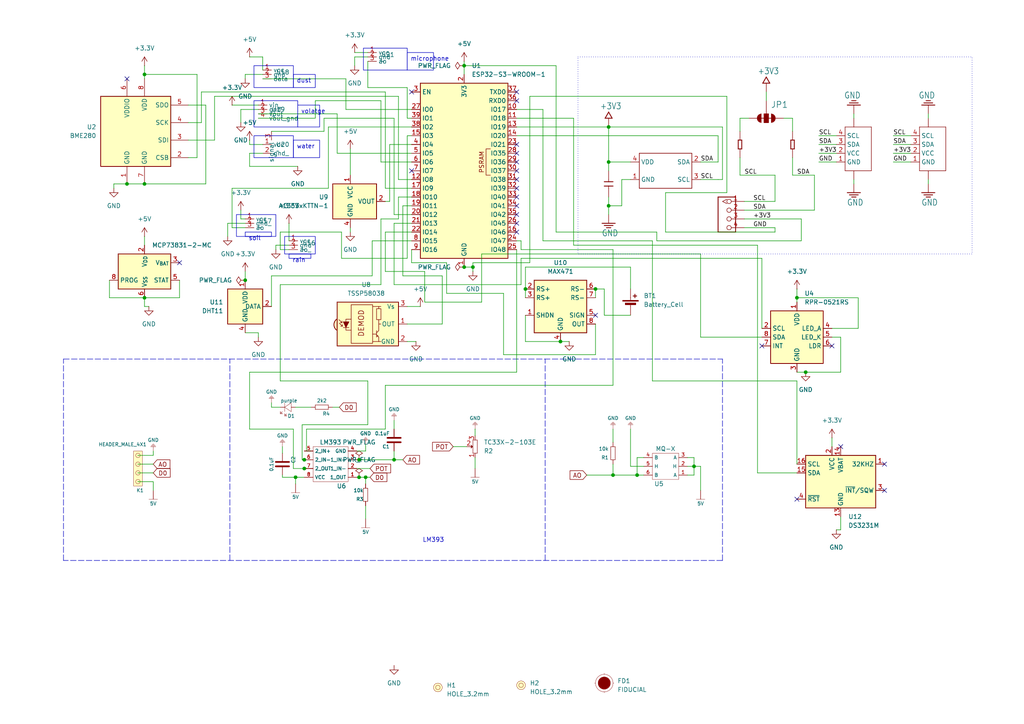
<source format=kicad_sch>
(kicad_sch (version 20231120) (generator "eeschema") (generator_version "8.0")
  (paper "A4")
  (junction (at 176.53 36.83))
  (junction (at 106.045 138.43) (diameter 0.9144))
  (junction (at 177.8 137.795) (diameter 0.9144))
  (junction (at 162.56 99.06))
  (junction (at 85.725 138.43) (diameter 0.9144))
  (junction (at 71.12 81.28))
  (junction (at 88.265 135.89))
  (junction (at 201.295 135.255) (diameter 0.9144))
  (junction (at 231.14 86.36))
  (junction (at 152.4 83.82))
  (junction (at 134.62 77.47))
  (junction (at 36.83 53.34))
  (junction (at 176.53 46.99))
  (junction (at 176.53 59.69))
  (junction (at 41.91 86.36))
  (junction (at 134.62 19.05))
  (junction (at 184.785 137.795) (diameter 0.9144))
  (junction (at 104.14 133.35))
  (junction (at 233.68 107.95))
  (junction (at 104.14 138.43))
  (junction (at 172.72 83.82))
  (junction (at 137.16 77.47))
  (junction (at 41.91 21.59))
  (junction (at 88.265 133.35))
  (junction (at 41.91 53.34))
  (junction (at 114.3 133.35) (diameter 0.9144))
  (no_connect (at 149.86 26.67))
  (no_connect (at 241.3 100.33))
  (no_connect (at 149.86 41.91))
  (no_connect (at 243.84 129.54))
  (no_connect (at 52.07 76.2))
  (no_connect (at 256.54 142.24))
  (no_connect (at 220.98 100.33))
  (no_connect (at 119.38 49.53))
  (no_connect (at 36.83 22.86))
  (no_connect (at 149.86 67.31))
  (no_connect (at 256.54 134.62))
  (no_connect (at 149.86 44.45))
  (no_connect (at 149.86 59.69))
  (no_connect (at 119.38 26.67))
  (no_connect (at 149.86 54.61))
  (no_connect (at 149.86 29.21))
  (no_connect (at 231.14 144.78))
  (no_connect (at 172.72 91.44))
  (no_connect (at 149.86 49.53))
  (no_connect (at 149.86 62.23))
  (no_connect (at 149.86 46.99))
  (no_connect (at 149.86 57.15))
  (no_connect (at 149.86 64.77))
  (no_connect (at 149.86 52.07))
  (wire (pts (xy 248.92 95.25) (xy 248.92 86.36)))
  (wire (pts (xy 81.915 137.795) (xy 81.915 138.43)))
  (wire (pts (xy 33.02 53.34) (xy 36.83 53.34)))
  (wire (pts (xy 67.31 54.61) (xy 95.25 54.61)))
  (wire (pts (xy 193.04 67.31) (xy 193.04 55.88)) (stroke (width 0.1524)))
  (wire (pts (xy 78.74 80.01) (xy 78.74 88.9)))
  (wire (pts (xy 93.98 38.1) (xy 78.74 38.1)))
  (wire (pts (xy 232.41 69.85) (xy 190.5 69.85)) (stroke (width 0.1524)))
  (wire (pts (xy 113.03 58.42) (xy 113.03 41.91)))
  (wire (pts (xy 116.84 80.01) (xy 116.84 59.69)))
  (wire (pts (xy 215.9 63.5) (xy 232.41 63.5)) (stroke (width 0.1524)))
  (wire (pts (xy 186.69 137.795) (xy 184.785 137.795)))
  (wire (pts (xy 114.3 82.55) (xy 151.13 82.55)))
  (wire (pts (xy 269.24 34.29) (xy 269.24 33.02)) (stroke (width 0.1524)))
  (wire (pts (xy 118.11 39.37) (xy 119.38 39.37)))
  (wire (pts (xy 118.11 34.29) (xy 119.38 34.29)))
  (wire (pts (xy 102.87 19.05) (xy 102.87 16.51)))
  (wire (pts (xy 66.04 64.77) (xy 66.04 68.58)))
  (wire (pts (xy 71.12 96.52) (xy 74.93 96.52)))
  (wire (pts (xy 69.85 60.96) (xy 69.85 63.5)))
  (wire (pts (xy 111.76 124.46) (xy 111.76 111.76)))
  (polyline (pts (xy 18.415 104.14) (xy 209.55 104.14)) (stroke (width 0) (type dash)))
  (wire (pts (xy 259.08 46.99) (xy 264.16 46.99)) (stroke (width 0.1524)))
  (wire (pts (xy 102.87 15.24) (xy 106.68 15.24)))
  (wire (pts (xy 118.11 99.06) (xy 120.65 99.06)))
  (wire (pts (xy 119.38 69.85) (xy 107.95 69.85)))
  (wire (pts (xy 71.12 21.59) (xy 71.12 22.86)))
  (wire (pts (xy 137.16 78.74) (xy 137.16 77.47)))
  (wire (pts (xy 214.63 34.29) (xy 214.63 38.1)) (stroke (width 0.1524)))
  (wire (pts (xy 111.76 111.76) (xy 177.8 111.76)))
  (wire (pts (xy 72.39 124.46) (xy 72.39 107.95)))
  (wire (pts (xy 41.91 21.59) (xy 41.91 22.86)))
  (wire (pts (xy 115.57 27.94) (xy 115.57 52.07)))
  (wire (pts (xy 248.92 86.36) (xy 231.14 86.36)))
  (wire (pts (xy 243.84 153.67) (xy 243.84 149.86)))
  (wire (pts (xy 101.6 43.18) (xy 101.6 50.8)))
  (wire (pts (xy 118.11 93.98) (xy 128.27 93.98)))
  (wire (pts (xy 85.725 138.43) (xy 85.725 140.335)))
  (wire (pts (xy 153.67 76.2) (xy 137.16 76.2)) (stroke (width 0.1524)))
  (wire (pts (xy 52.07 86.36) (xy 41.91 86.36)))
  (wire (pts (xy 180.34 52.07) (xy 180.34 59.69)) (stroke (width 0.1524)))
  (wire (pts (xy 189.23 110.49) (xy 189.23 69.85)))
  (wire (pts (xy 91.44 29.21) (xy 110.49 29.21)))
  (wire (pts (xy 104.14 138.43) (xy 103.505 138.43)))
  (wire (pts (xy 114.3 62.23) (xy 114.3 34.29)))
  (wire (pts (xy 81.915 131.445) (xy 81.915 129.54)))
  (wire (pts (xy 259.08 39.37) (xy 264.16 39.37)) (stroke (width 0.1524)))
  (wire (pts (xy 184.785 137.795) (xy 177.8 137.795)))
  (wire (pts (xy 91.44 34.29) (xy 91.44 29.21)))
  (wire (pts (xy 214.63 45.72) (xy 214.63 50.8)) (stroke (width 0.1524)))
  (wire (pts (xy 118.11 74.93) (xy 118.11 39.37)))
  (wire (pts (xy 76.2 16.51) (xy 76.2 20.32)))
  (wire (pts (xy 114.3 124.46) (xy 114.3 121.92)))
  (wire (pts (xy 69.85 35.56) (xy 69.85 31.75)))
  (wire (pts (xy 201.295 132.715) (xy 199.39 132.715)))
  (wire (pts (xy 176.53 59.69) (xy 176.53 62.23)) (stroke (width 0.1524)))
  (wire (pts (xy 119.38 44.45) (xy 97.79 44.45)))
  (wire (pts (xy 40.005 132.08) (xy 44.45 132.08)))
  (wire (pts (xy 57.15 21.59) (xy 41.91 21.59)))
  (wire (pts (xy 67.31 66.04) (xy 67.31 54.61)))
  (wire (pts (xy 184.785 132.715) (xy 186.69 132.715)))
  (wire (pts (xy 110.49 63.5) (xy 115.57 63.5)))
  (wire (pts (xy 231.14 134.62) (xy 231.14 110.49)))
  (wire (pts (xy 81.28 72.39) (xy 81.28 67.31)))
  (wire (pts (xy 180.34 59.69) (xy 176.53 59.69)) (stroke (width 0.1524)))
  (wire (pts (xy 40.005 139.7) (xy 44.45 139.7)))
  (wire (pts (xy 177.8 111.76) (xy 177.8 72.39)))
  (wire (pts (xy 152.4 83.82) (xy 152.4 86.36)))
  (wire (pts (xy 74.93 34.29) (xy 91.44 34.29)))
  (wire (pts (xy 33.02 54.61) (xy 33.02 53.34)))
  (wire (pts (xy 107.95 69.85) (xy 107.95 80.01)))
  (wire (pts (xy 134.62 77.47) (xy 137.16 77.47)))
  (wire (pts (xy 241.3 95.25) (xy 248.92 95.25)))
  (wire (pts (xy 247.65 34.29) (xy 247.65 33.02)) (stroke (width 0.1524)))
  (wire (pts (xy 62.23 40.64) (xy 54.61 40.64)))
  (wire (pts (xy 152.4 83.82) (xy 152.4 77.47)))
  (wire (pts (xy 54.61 30.48) (xy 59.69 30.48)))
  (wire (pts (xy 149.86 39.37) (xy 208.28 39.37)) (stroke (width 0.1524)))
  (wire (pts (xy 44.45 132.08) (xy 44.45 130.81)))
  (wire (pts (xy 58.42 35.56) (xy 54.61 35.56)))
  (wire (pts (xy 199.39 137.795) (xy 201.295 137.795)))
  (wire (pts (xy 44.45 137.16) (xy 40.005 137.16)))
  (wire (pts (xy 215.9 66.04) (xy 224.79 66.04)) (stroke (width 0.1524)))
  (wire (pts (xy 229.87 45.72) (xy 229.87 50.8)) (stroke (width 0.1524)))
  (wire (pts (xy 172.72 93.98) (xy 172.72 102.87)))
  (wire (pts (xy 71.12 78.74) (xy 71.12 81.28)))
  (wire (pts (xy 123.19 87.63) (xy 123.19 78.74)))
  (wire (pts (xy 107.95 80.01) (xy 78.74 80.01)))
  (wire (pts (xy 128.27 93.98) (xy 128.27 80.01)))
  (wire (pts (xy 203.2 142.24) (xy 203.2 135.255)))
  (wire (pts (xy 54.61 45.72) (xy 57.15 45.72)))
  (wire (pts (xy 115.57 63.5) (xy 115.57 57.15)))
  (wire (pts (xy 72.39 41.91) (xy 72.39 40.64)))
  (wire (pts (xy 128.27 80.01) (xy 116.84 80.01)))
  (wire (pts (xy 97.79 33.02) (xy 74.93 33.02)))
  (wire (pts (xy 264.16 41.91) (xy 259.08 41.91)) (stroke (width 0.1524)))
  (wire (pts (xy 151.13 74.93) (xy 220.98 74.93)))
  (wire (pts (xy 111.76 67.31) (xy 119.38 67.31)))
  (wire (pts (xy 118.11 25.4) (xy 118.11 34.29)))
  (wire (pts (xy 222.25 26.67) (xy 222.25 29.21)) (stroke (width 0.1524)))
  (polyline (pts (xy 18.415 162.56) (xy 18.415 104.14)) (stroke (width 0) (type dash)))
  (wire (pts (xy 88.265 133.35) (xy 90.17 133.35)))
  (wire (pts (xy 101.6 66.04) (xy 101.6 67.31)))
  (wire (pts (xy 152.4 77.47) (xy 182.88 77.47)))
  (wire (pts (xy 114.3 62.23) (xy 119.38 62.23)))
  (wire (pts (xy 139.7 73.66) (xy 139.7 87.63)))
  (wire (pts (xy 114.3 64.77) (xy 114.3 82.55)))
  (polyline (pts (xy 209.55 162.56) (xy 18.415 162.56)) (stroke (width 0) (type dash)))
  (wire (pts (xy 152.4 99.06) (xy 162.56 99.06)))
  (wire (pts (xy 227.33 34.29) (xy 229.87 34.29)) (stroke (width 0.1524)))
  (wire (pts (xy 111.76 78.74) (xy 111.76 67.31)))
  (wire (pts (xy 78.74 118.11) (xy 78.74 116.84)))
  (wire (pts (xy 241.3 127) (xy 241.3 129.54)))
  (wire (pts (xy 182.88 91.44) (xy 175.26 91.44)))
  (wire (pts (xy 242.57 153.67) (xy 243.84 153.67)))
  (wire (pts (xy 41.91 19.05) (xy 41.91 21.59)))
  (wire (pts (xy 67.31 30.48) (xy 74.93 30.48)))
  (wire (pts (xy 106.045 150.495) (xy 106.045 146.685)))
  (wire (pts (xy 100.33 22.86) (xy 76.2 22.86)))
  (wire (pts (xy 177.8 137.795) (xy 177.8 134.62)))
  (polyline (pts (xy 209.55 162.56) (xy 209.55 104.14)) (stroke (width 0) (type dash)))
  (wire (pts (xy 99.06 74.93) (xy 118.11 74.93)))
  (wire (pts (xy 116.84 59.69) (xy 119.38 59.69)))
  (wire (pts (xy 106.68 110.49) (xy 81.28 110.49)))
  (wire (pts (xy 259.08 44.45) (xy 264.16 44.45)) (stroke (width 0.1524)))
  (wire (pts (xy 114.3 133.35) (xy 104.14 133.35)))
  (wire (pts (xy 72.39 16.51) (xy 76.2 16.51)))
  (wire (pts (xy 151.13 69.85) (xy 149.86 69.85)))
  (wire (pts (xy 153.67 27.94) (xy 153.67 76.2)) (stroke (width 0.1524)))
  (wire (pts (xy 137.795 124.46) (xy 137.7948 124.46)))
  (wire (pts (xy 88.9 130.81) (xy 88.9 124.46)))
  (wire (pts (xy 237.49 46.99) (xy 242.57 46.99)) (stroke (width 0.1524)))
  (wire (pts (xy 177.8 137.795) (xy 170.18 137.795)))
  (wire (pts (xy 210.82 27.94) (xy 153.67 27.94)) (stroke (width 0.1524)))
  (wire (pts (xy 242.57 41.91) (xy 237.49 41.91)) (stroke (width 0.1524)))
  (wire (pts (xy 76.2 41.91) (xy 72.39 41.91)))
  (wire (pts (xy 72.39 44.45) (xy 76.2 44.45)))
  (wire (pts (xy 151.13 72.39) (xy 151.13 69.85)))
  (wire (pts (xy 106.68 25.4) (xy 118.11 25.4)))
  (wire (pts (xy 232.41 63.5) (xy 232.41 69.85)) (stroke (width 0.1524)))
  (wire (pts (xy 161.29 19.05) (xy 134.62 19.05)) (stroke (width 0.1524)))
  (wire (pts (xy 203.2 97.79) (xy 203.2 73.66)))
  (wire (pts (xy 237.49 44.45) (xy 242.57 44.45)) (stroke (width 0.1524)))
  (wire (pts (xy 247.65 53.34) (xy 247.65 52.07)) (stroke (width 0.1524)))
  (wire (pts (xy 172.72 102.87) (xy 146.05 102.87)))
  (wire (pts (xy 81.28 67.31) (xy 99.06 67.31)))
  (wire (pts (xy 72.39 44.45) (xy 72.39 48.26)))
  (wire (pts (xy 106.68 17.78) (xy 106.68 25.4)))
  (wire (pts (xy 59.69 30.48) (xy 59.69 53.34)))
  (wire (pts (xy 137.7948 126.365) (xy 137.7948 124.46)))
  (wire (pts (xy 114.3 133.35) (xy 114.3 130.81)))
  (wire (pts (xy 81.915 138.43) (xy 85.725 138.43)))
  (wire (pts (xy 149.86 107.95) (xy 149.86 72.39)))
  (wire (pts (xy 88.9 124.46) (xy 111.76 124.46)))
  (wire (pts (xy 219.71 137.16) (xy 231.14 137.16)))
  (wire (pts (xy 71.12 66.04) (xy 67.31 66.04)))
  (wire (pts (xy 88.9 130.81) (xy 90.17 130.81)))
  (wire (pts (xy 220.98 74.93) (xy 220.98 95.25)))
  (wire (pts (xy 190.5 67.31) (xy 161.29 67.31)) (stroke (width 0.1524)))
  (wire (pts (xy 203.2 73.66) (xy 139.7 73.66)))
  (wire (pts (xy 161.29 67.31) (xy 161.29 19.05)) (stroke (width 0.1524)))
  (wire (pts (xy 111.76 54.61) (xy 111.76 26.67)))
  (wire (pts (xy 87.63 133.35) (xy 87.63 123.19)))
  (wire (pts (xy 115.57 52.07) (xy 119.38 52.07)))
  (wire (pts (xy 162.56 99.06) (xy 165.1 99.06)))
  (wire (pts (xy 189.23 69.85) (xy 157.48 69.85)))
  (wire (pts (xy 41.91 68.58) (xy 41.91 71.12)))
  (wire (pts (xy 129.54 76.2) (xy 119.38 76.2)))
  (wire (pts (xy 149.86 34.29) (xy 166.37 34.29)))
  (wire (pts (xy 62.23 27.94) (xy 62.23 40.64)))
  (polyline (pts (xy 66.675 162.56) (xy 66.675 104.14)) (stroke (width 0) (type dash)))
  (wire (pts (xy 201.295 135.255) (xy 201.295 132.715)))
  (wire (pts (xy 44.45 139.7) (xy 44.45 142.24)))
  (wire (pts (xy 172.72 83.82) (xy 172.72 86.36)))
  (wire (pts (xy 139.7 87.63) (xy 123.19 87.63)))
  (wire (pts (xy 175.26 83.82) (xy 172.72 83.82)))
  (wire (pts (xy 231.14 83.82) (xy 231.14 86.36)))
  (wire (pts (xy 93.98 34.29) (xy 93.98 38.1)))
  (wire (pts (xy 103.505 130.81) (xy 106.045 130.81)))
  (wire (pts (xy 129.54 85.09) (xy 129.54 76.2)))
  (wire (pts (xy 229.87 34.29) (xy 229.87 38.1)) (stroke (width 0.1524)))
  (wire (pts (xy 236.22 60.96) (xy 236.22 50.8)) (stroke (width 0.1524)))
  (wire (pts (xy 184.785 137.795) (xy 184.785 132.715)))
  (wire (pts (xy 83.82 64.77) (xy 83.82 69.85)))
  (wire (pts (xy 95.25 36.83) (xy 119.38 36.83)))
  (wire (pts (xy 177.8 72.39) (xy 151.13 72.39)))
  (wire (pts (xy 41.91 88.9) (xy 43.18 88.9)))
  (wire (pts (xy 98.425 118.11) (xy 96.52 118.11)))
  (wire (pts (xy 209.55 52.07) (xy 208.28 52.07)))
  (wire (pts (xy 176.53 36.83) (xy 176.53 46.99)) (stroke (width 0.1524)))
  (wire (pts (xy 224.79 67.31) (xy 193.04 67.31)) (stroke (width 0.1524)))
  (wire (pts (xy 110.49 82.55) (xy 110.49 63.5)))
  (wire (pts (xy 111.76 26.67) (xy 58.42 26.67)))
  (wire (pts (xy 72.39 107.95) (xy 149.86 107.95)))
  (wire (pts (xy 157.48 69.85) (xy 157.48 31.75)))
  (wire (pts (xy 201.295 137.795) (xy 201.295 135.255)))
  (wire (pts (xy 186.69 135.255) (xy 182.88 135.255)))
  (wire (pts (xy 58.42 26.67) (xy 58.42 35.56)))
  (wire (pts (xy 231.14 110.49) (xy 189.23 110.49)))
  (wire (pts (xy 88.9 135.89) (xy 88.265 135.89)))
  (wire (pts (xy 241.3 97.79) (xy 243.84 97.79)))
  (wire (pts (xy 87.63 133.35) (xy 88.265 133.35)))
  (wire (pts (xy 152.4 91.44) (xy 152.4 99.06)))
  (wire (pts (xy 88.265 138.43) (xy 85.725 138.43)))
  (wire (pts (xy 220.98 97.79) (xy 203.2 97.79)))
  (wire (pts (xy 114.3 34.29) (xy 93.98 34.29)))
  (wire (pts (xy 135.3058 129.54) (xy 131.445 129.54)))
  (wire (pts (xy 71.12 64.77) (xy 66.04 64.77)))
  (wire (pts (xy 146.05 85.09) (xy 129.54 85.09)))
  (wire (pts (xy 87.63 123.19) (xy 106.68 123.19)))
  (wire (pts (xy 231.14 86.36) (xy 231.14 87.63)))
  (wire (pts (xy 116.84 133.35) (xy 114.3 133.35)))
  (wire (pts (xy 31.75 81.28) (xy 31.75 86.36)))
  (wire (pts (xy 190.5 69.85) (xy 190.5 67.31)) (stroke (width 0.1524)))
  (wire (pts (xy 193.04 55.88) (xy 210.82 55.88)) (stroke (width 0.1524)))
  (wire (pts (xy 243.84 107.95) (xy 233.68 107.95)))
  (wire (pts (xy 106.045 138.43) (xy 104.14 138.43)))
  (wire (pts (xy 137.795 135.89) (xy 137.795 132.715)))
  (wire (pts (xy 208.28 46.99) (xy 203.2 46.99)) (stroke (width 0.1524)))
  (wire (pts (xy 110.49 46.99) (xy 119.38 46.99)))
  (wire (pts (xy 182.88 46.99) (xy 176.53 46.99)) (stroke (width 0.1524)))
  (wire (pts (xy 81.28 82.55) (xy 110.49 82.55)))
  (wire (pts (xy 113.03 41.91) (xy 119.38 41.91)))
  (wire (pts (xy 137.16 76.2) (xy 137.16 77.47)) (stroke (width 0.1524)))
  (wire (pts (xy 104.14 133.35) (xy 103.505 133.35)))
  (wire (pts (xy 44.45 134.62) (xy 40.005 134.62)))
  (wire (pts (xy 90.17 118.11) (xy 85.725 118.11)))
  (wire (pts (xy 210.82 55.88) (xy 210.82 27.94)) (stroke (width 0.1524)))
  (wire (pts (xy 72.39 48.26) (xy 86.36 48.26)))
  (wire (pts (xy 119.38 76.2) (xy 119.38 72.39)))
  (wire (pts (xy 107.315 138.43) (xy 106.045 138.43)))
  (wire (pts (xy 88.265 135.89) (xy 85.09 135.89)))
  (wire (pts (xy 36.83 53.34) (xy 41.91 53.34)))
  (wire (pts (xy 74.93 96.52) (xy 74.93 97.79)))
  (wire (pts (xy 201.295 135.255) (xy 203.2 135.255)))
  (wire (pts (xy 62.23 27.94) (xy 115.57 27.94)))
  (wire (pts (xy 41.91 86.36) (xy 41.91 88.9)))
  (wire (pts (xy 115.57 57.15) (xy 119.38 57.15)))
  (wire (pts (xy 215.9 60.96) (xy 236.22 60.96)) (stroke (width 0.1524)))
  (wire (pts (xy 31.75 86.36) (xy 41.91 86.36)))
  (wire (pts (xy 69.85 31.75) (xy 74.93 31.75)))
  (wire (pts (xy 151.13 82.55) (xy 151.13 74.93)))
  (wire (pts (xy 176.53 57.15) (xy 176.53 59.69)) (stroke (width 0.1524)))
  (wire (pts (xy 182.88 77.47) (xy 182.88 83.82)))
  (wire (pts (xy 83.82 71.12) (xy 80.01 71.12)))
  (wire (pts (xy 224.79 50.8) (xy 224.79 58.42)) (stroke (width 0.1524)))
  (wire (pts (xy 224.79 66.04) (xy 224.79 67.31)) (stroke (width 0.1524)))
  (wire (pts (xy 215.9 58.42) (xy 224.79 58.42)) (stroke (width 0.1524)))
  (wire (pts (xy 118.11 88.9) (xy 121.92 88.9)))
  (wire (pts (xy 146.05 102.87) (xy 146.05 85.09)))
  (wire (pts (xy 214.63 50.8) (xy 224.79 50.8)) (stroke (width 0.1524)))
  (wire (pts (xy 119.38 31.75) (xy 100.33 31.75)))
  (wire (pts (xy 106.045 140.335) (xy 106.045 138.43)))
  (wire (pts (xy 85.09 124.46) (xy 72.39 124.46)))
  (wire (pts (xy 182.88 52.07) (xy 180.34 52.07)) (stroke (width 0.1524)))
  (wire (pts (xy 102.87 16.51) (xy 106.68 16.51)))
  (wire (pts (xy 83.82 72.39) (xy 81.28 72.39)))
  (wire (pts (xy 85.09 135.89) (xy 85.09 124.46)))
  (wire (pts (xy 229.87 50.8) (xy 236.22 50.8)) (stroke (width 0.1524)))
  (wire (pts (xy 76.2 21.59) (xy 71.12 21.59)))
  (wire (pts (xy 99.06 67.31) (xy 99.06 74.93)))
  (wire (pts (xy 106.045 130.81) (xy 106.045 128.905)))
  (wire (pts (xy 81.28 110.49) (xy 81.28 82.55)))
  (wire (pts (xy 176.53 46.99) (xy 176.53 49.53)) (stroke (width 0.1524)))
  (wire (pts (xy 97.79 44.45) (xy 97.79 33.02)))
  (wire (pts (xy 80.01 71.12) (xy 80.01 72.39)))
  (wire (pts (xy 57.15 45.72) (xy 57.15 21.59)))
  (wire (pts (xy 41.91 53.34) (xy 59.69 53.34)))
  (wire (pts (xy 177.8 128.27) (xy 177.8 124.46)))
  (wire (pts (xy 157.48 31.75) (xy 149.86 31.75)))
  (wire (pts (xy 119.38 64.77) (xy 114.3 64.77)))
  (wire (pts (xy 110.49 29.21) (xy 110.49 46.99)))
  (wire (pts (xy 199.39 135.255) (xy 201.295 135.255)))
  (wire (pts (xy 134.62 19.05) (xy 134.62 21.59)))
  (wire (pts (xy 106.68 123.19) (xy 106.68 110.49)))
  (wire (pts (xy 208.28 52.07) (xy 203.2 52.07)) (stroke (width 0.1524)))
  (wire (pts (xy 237.49 39.37) (xy 242.57 39.37)) (stroke (width 0.1524)))
  (wire (pts (xy 269.24 53.34) (xy 269.24 52.07)) (stroke (width 0.1524)))
  (wire (pts (xy 111.76 58.42) (xy 113.03 58.42)))
  (wire (pts (xy 166.37 71.12) (xy 219.71 71.12)))
  (wire (pts (xy 219.71 71.12) (xy 219.71 137.16)))
  (wire (pts (xy 69.85 63.5) (xy 71.12 63.5)))
  (polyline (pts (xy 158.115 162.56) (xy 158.115 104.14)) (stroke (width 0) (type dash)))
  (wire (pts (xy 95.25 54.61) (xy 95.25 36.83)))
  (wire (pts (xy 134.62 17.78) (xy 134.62 19.05)))
  (wire (pts (xy 81.28 118.11) (xy 78.74 118.11)))
  (wire (pts (xy 149.86 36.83) (xy 176.53 36.83)))
  (wire (pts (xy 182.88 135.255) (xy 182.88 124.46)))
  (wire (pts (xy 119.38 54.61) (xy 111.76 54.61)))
  (wire (pts (xy 100.33 31.75) (xy 100.33 22.86)))
  (wire (pts (xy 52.07 81.28) (xy 52.07 86.36)))
  (wire (pts (xy 175.26 91.44) (xy 175.26 83.82)))
  (wire (pts (xy 166.37 34.29) (xy 166.37 71.12)))
  (wire (pts (xy 231.14 107.95) (xy 233.68 107.95)))
  (wire (pts (xy 123.19 78.74) (xy 111.76 78.74)))
  (wire (pts (xy 176.53 36.83) (xy 209.55 36.83)))
  (wire (pts (xy 107.315 135.89) (xy 103.505 135.89)))
  (wire (pts (xy 209.55 36.83) (xy 209.55 52.07)))
  (wire (pts (xy 243.84 97.79) (xy 243.84 107.95)))
  (wire (pts (xy 208.28 46.99) (xy 208.28 39.37)) (stroke (width 0.1524)))
  (wire (pts (xy 217.17 34.29) (xy 214.63 34.29)) (stroke (width 0.1524)))
  (rectangle (start 73.66 39.37) (end 85.09 45.72))
  (rectangle (start 73.66 19.05) (end 85.09 25.4))
  (rectangle (start 167.64 16.51) (end 281.94 73.66) (stroke (width 0) (type dot)))
  (rectangle (start 73.66 29.21) (end 86.36 36.83))
  (rectangle (start 82.55 68.58) (end 91.44 73.66))
  (rectangle (start 68.58 62.23) (end 80.01 68.58))
  (rectangle (start 105.41 13.97) (end 118.11 20.32))
  (text_box "dust" (at 85.09 21.59 0) (size 6.35 3.81) (effects (font (size 1.27 1.27)) (justify left top)))
  (text_box "volatge" (at 86.36 30.48 0) (size 6.35 6.35) (effects (font (size 1.27 1.27)) (justify left top)))
  (text_box "rain\n" (at 83.82 73.66 0) (size 6.35 1.27) (effects (font (size 1.27 1.27)) (justify left top)))
  (text_box "soil" (at 71.12 67.31 0) (size 7.62 1.27) (effects (font (size 1.27 1.27)) (justify left top)))
  (text_box "water" (at 85.09 40.64 0) (size 7.62 5.08) (effects (font (size 1.27 1.27)) (justify left top)))
  (text_box "microphone " (at 118.11 15.24 0) (size 7.62 5.08) (effects (font (size 1.27 1.27)) (justify left top)))
  (text "LM393" (at 122.555 157.48 0) (effects (font (size 1.27 1.27)) (justify left bottom)))
  (label "SDA" (at 203.2 46.99 0) (effects (font (size 1.2446 1.2446))))
  (label "SCL" (at 259.08 39.37 0) (effects (font (size 1.2446 1.2446))))
  (label "+3V3" (at 237.49 44.45 0) (effects (font (size 1.2446 1.2446))))
  (label "GND" (at 259.08 46.99 0) (effects (font (size 1.2446 1.2446))))
  (label "SCL" (at 203.2 52.07 0) (effects (font (size 1.2446 1.2446))))
  (label "SDA" (at 231.14 50.8 0) (effects (font (size 1.2446 1.2446))))
  (label "+3V3" (at 259.08 44.45 0) (effects (font (size 1.2446 1.2446))))
  (label "SCL" (at 215.9 50.8 0) (effects (font (size 1.2446 1.2446))))
  (label "SDA" (at 259.08 41.91 0) (effects (font (size 1.2446 1.2446))))
  (label "SCL" (at 237.49 39.37 0) (effects (font (size 1.2446 1.2446))))
  (label "SCL" (at 218.44 58.42 0) (effects (font (size 1.2446 1.2446))))
  (label "GND" (at 237.49 46.99 0) (effects (font (size 1.2446 1.2446))))
  (label "+3V3" (at 218.44 63.5 0) (effects (font (size 1.2446 1.2446))))
  (label "SDA" (at 218.44 60.96 0) (effects (font (size 1.2446 1.2446))))
  (label "SDA" (at 237.49 41.91 0) (effects (font (size 1.2446 1.2446))))
  (label "GND" (at 218.44 66.04 0) (effects (font (size 1.2446 1.2446))))
  (global_label "D0" (shape input) (at 44.45 137.16 0) (property "Intersheetrefs" "${INTERSHEET_REFS}" (effects (hide yes))))
  (global_label "D0" (shape input) (at 98.425 118.11 0) (property "Intersheetrefs" "${INTERSHEET_REFS}" (effects (hide yes))))
  (global_label "POT" (shape input) (at 107.315 135.89 0) (property "Intersheetrefs" "${INTERSHEET_REFS}" (effects (hide yes))))
  (global_label "AO" (shape input) (at 116.84 133.35 0) (property "Intersheetrefs" "${INTERSHEET_REFS}" (effects (hide yes))))
  (global_label "AO" (shape input) (at 170.18 137.795 180) (property "Intersheetrefs" "${INTERSHEET_REFS}" (effects (hide yes))))
  (global_label "D0" (shape input) (at 107.315 138.43 0) (property "Intersheetrefs" "${INTERSHEET_REFS}" (effects (hide yes))))
  (global_label "AO" (shape input) (at 44.45 134.62 0) (property "Intersheetrefs" "${INTERSHEET_REFS}" (effects (hide yes))))
  (global_label "POT" (shape input) (at 131.445 129.54 180) (property "Intersheetrefs" "${INTERSHEET_REFS}" (effects (hide yes))))
  (symbol (lib_id "e-radionica.com schematics:HOLE_3.2mm") (at 127 199.39 0) (unit 1)
    (property "Reference" "H1" (at 129.54 198.7549 0) (effects (justify left)))
    (property "Value" "HOLE_3.2mm" (at 129.54 201.2949 0) (effects (justify left)))
    (property "Footprint" "e-radionica.com footprinti:HOLE_3.2mm" (effects (hide yes)))
  )
  (symbol (lib_id "e-radionica.com schematics:HOLE_3.2mm") (at 151.13 198.755 0) (unit 1)
    (property "Reference" "H2" (at 153.67 198.1199 0) (effects (justify left)))
    (property "Value" "HOLE_3.2mm" (at 153.67 200.6599 0) (effects (justify left)))
    (property "Footprint" "e-radionica.com footprinti:HOLE_3.2mm" (effects (hide yes)))
  )
  (symbol (lib_id "e-radionica.com schematics:LM393") (at 95.885 134.62 180) (unit 1)
    (property "Reference" "U6" (at 99.06 140.97 0))
    (property "Value" "LM393" (at 95.885 128.27 0))
    (property "Footprint" "e-radionica.com footprinti:SOIC−8" (effects (hide yes)))
  )
  (symbol (lib_id "power:+5V") (at 101.6 43.18 0) (unit 1)
    (property "Reference" "#PWR015" (effects (hide yes)))
    (property "Value" "+5V" (at 101.6 38.1 0))
    (property "Description" "Power symbol creates a global label with name \"+5V\"" (effects (hide yes)))
  )
  (symbol (lib_id "power:+3.3V") (at 71.12 78.74 0) (unit 1)
    (property "Reference" "#PWR041" (effects (hide yes)))
    (property "Value" "+3.3V" (at 71.12 73.66 0))
    (property "Description" "Power symbol creates a global label with name \"+3.3V\"" (effects (hide yes)))
  )
  (symbol (lib_id "custom sensor:water_flow_") (at 78.74 41.91 0) (unit 1)
    (property "Reference" "U20" (at 80.01 41.9099 0) (effects (justify left)))
    (property "Value" "~" (at 80.01 43.815 0) (effects (justify left)))
  )
  (symbol (lib_id "power:GND") (at 71.12 22.86 0) (unit 1)
    (property "Reference" "#PWR020" (effects (hide yes)))
    (property "Value" "GND" (at 71.12 27.94 0))
    (property "Description" "Power symbol creates a global label with name \"GND\" , ground" (effects (hide yes)))
  )
  (symbol (lib_id "power:PWR_FLAG") (at 134.62 19.05 90) (unit 1)
    (property "Reference" "#FLG06" (effects (hide yes)))
    (property "Value" "PWR_FLAG" (at 130.81 19.0499 90) (effects (justify left)))
    (property "Description" "Special symbol for telling ERC where power comes from" (effects (hide yes)))
  )
  (symbol (lib_id "e-radionica.com schematics:GND") (at 81.915 129.54 180) (unit 1)
    (property "Reference" "#PWR010" (effects (hide yes)))
    (property "Value" "GND" (at 81.915 126.365 0) (effects (font (size 1 1))))
  )
  (symbol (lib_id "Zio Qwiic UV Sensor VEML6075-eagle-import:NOA-Jumpers_SMT-JUMPER_3_2-NC_TRACE") (at 222.25 34.29 270) (unit 1)
    (property "Reference" "JP1" (at 223.52 31.369 90) (effects (font (size 1.778 1.778)) (justify left bottom)))
    (property "Value" "SMT-JUMPER_3_2-NC_TRACE" (effects (hide yes)))
    (property "Footprint" "Zio Qwiic UV Sensor VEML6075:SMT-JUMPER_3_2-NC_TRACE" (effects (hide yes)))
  )
  (symbol (lib_id "Zio Qwiic UV Sensor VEML6075-eagle-import:IC_VEML6075") (at 193.04 49.53 0) (unit 1)
    (property "Reference" "U3" (effects (hide yes)))
    (property "Value" "VEML6075" (effects (hide yes)))
    (property "Footprint" "Zio Qwiic UV Sensor VEML6075:VEML6075_A3OP" (effects (hide yes)))
  )
  (symbol (lib_id "Zio Qwiic UV Sensor VEML6075-eagle-import:Power or GND _+3V3") (at 176.53 34.29 0) (unit 1)
    (property "Reference" "#U$01" (effects (hide yes)))
    (property "Value" "+3V3" (at 173.99 31.75 0) (effects (font (size 1.778 1.5113)) (justify left bottom)))
  )
  (symbol (lib_id "power:GND") (at 43.18 88.9 0) (unit 1)
    (property "Reference" "#PWR029" (effects (hide yes)))
    (property "Value" "GND" (at 43.18 93.98 0))
    (property "Description" "Power symbol creates a global label with name \"GND\" , ground" (effects (hide yes)))
  )
  (symbol (lib_id "power:GND") (at 137.16 78.74 0) (unit 1)
    (property "Reference" "#PWR032" (effects (hide yes)))
    (property "Value" "GND" (at 137.16 83.82 0))
    (property "Description" "Power symbol creates a global label with name \"GND\" , ground" (effects (hide yes)))
  )
  (symbol (lib_id "e-radionica.com schematics:5V") (at 106.045 150.495 180) (unit 1)
    (property "Reference" "#PWR07" (effects (hide yes)))
    (property "Value" "5V" (at 106.045 154.305 0) (effects (font (size 1 1))))
  )
  (symbol (lib_id "e-radionica.com schematics:5V") (at 44.45 142.24 180) (unit 1)
    (property "Reference" "#PWR012" (effects (hide yes)))
    (property "Value" "5V" (at 44.45 146.05 0) (effects (font (size 1 1))))
  )
  (symbol (lib_id "Zio Qwiic UV Sensor VEML6075-eagle-import:Connector_JST-SH-4P-1.0") (at 269.24 43.18 90) (unit 1)
    (property "Reference" "J3" (effects (hide yes)))
    (property "Value" "JST-SH-4P-1.0" (effects (hide yes)))
    (property "Footprint" "Zio Qwiic UV Sensor VEML6075:JST-SH-4P" (effects (hide yes)))
  )
  (symbol (lib_id "power:+3.3V") (at 83.82 64.77 0) (unit 1)
    (property "Reference" "#PWR038" (effects (hide yes)))
    (property "Value" "+3.3V" (at 83.82 59.69 0))
    (property "Description" "Power symbol creates a global label with name \"+3.3V\"" (effects (hide yes)))
  )
  (symbol (lib_id "power:GND") (at 80.01 72.39 0) (unit 1)
    (property "Reference" "#PWR022" (effects (hide yes)))
    (property "Value" "GND" (at 80.01 77.47 0))
    (property "Description" "Power symbol creates a global label with name \"GND\" , ground" (effects (hide yes)))
  )
  (symbol (lib_id "e-radionica.com schematics:GND") (at 137.795 124.46 180) (unit 1)
    (property "Reference" "#PWR05" (effects (hide yes)))
    (property "Value" "GND" (at 137.795 121.285 0) (effects (font (size 1 1))))
  )
  (symbol (lib_id "e-radionica.com schematics:5V") (at 137.795 135.89 180) (unit 1)
    (property "Reference" "#PWR04" (effects (hide yes)))
    (property "Value" "5V" (at 137.795 139.7 0) (effects (font (size 1 1))))
  )
  (symbol (lib_id "power:GND") (at 120.65 99.06 0) (unit 1)
    (property "Reference" "#PWR017" (effects (hide yes)))
    (property "Value" "GND" (at 120.65 104.14 0))
    (property "Description" "Power symbol creates a global label with name \"GND\" , ground" (effects (hide yes)))
  )
  (symbol (lib_id "e-radionica.com schematics:0402LED") (at 83.82 118.11 180) (unit 1)
    (property "Reference" "D1" (at 84.455 120.65 0) (effects (font (size 1 1))))
    (property "Value" "purple" (at 83.82 116.205 0) (effects (font (size 1 1))))
    (property "Footprint" "e-radionica.com footprinti:0402LED" (effects (hide yes)))
    (property "Package" "0402" (effects (hide yes)))
  )
  (symbol (lib_id "custom sensor:voltage_booster") (at 77.47 30.48 0) (unit 1)
    (property "Reference" "U19" (at 78.74 31.7499 0) (effects (justify left)))
    (property "Value" "~" (at 78.74 33.655 0) (effects (justify left)))
  )
  (symbol (lib_id "power:GND") (at 242.57 153.67 0) (unit 1)
    (property "Reference" "#PWR024" (effects (hide yes)))
    (property "Value" "GND" (at 242.57 158.75 0))
    (property "Description" "Power symbol creates a global label with name \"GND\" , ground" (effects (hide yes)))
  )
  (symbol (lib_id "e-radionica.com schematics:5V") (at 203.2 142.24 180) (unit 1)
    (property "Reference" "#PWR01" (effects (hide yes)))
    (property "Value" "5V" (at 203.2 146.05 0) (effects (font (size 1 1))))
  )
  (symbol (lib_id "custom sensor:rain_sensor") (at 86.36 69.85 0) (unit 1)
    (property "Reference" "U16" (at 87.63 70.4849 0) (effects (justify left)))
    (property "Value" "~" (at 87.63 72.39 0) (effects (justify left)))
  )
  (symbol (lib_id "Zio Qwiic UV Sensor VEML6075-eagle-import:RCL_C-0603") (at 176.53 53.34 90) (unit 1)
    (property "Reference" "C3" (effects (hide yes)))
    (property "Value" "100nF ±10% 50V" (effects (hide yes)))
    (property "Footprint" "Zio Qwiic UV Sensor VEML6075:C0603" (effects (hide yes)))
  )
  (symbol (lib_id "Sensor_Current:A1363xKTTN-1") (at 101.6 58.42 0) (unit 1)
    (property "Reference" "U9" (at 95.25 57.1499 0) (effects (justify right)))
    (property "Value" "A1363xKTTN-1" (at 95.25 59.6899 0) (effects (justify right)))
    (property "Footprint" "Sensor_Current:Allegro_SIP-4" (effects (hide yes)))
    (property "Datasheet" "http://www.allegromicro.com/~/media/Files/Datasheets/A1363-Datasheet.ashx?la=en" (effects (hide yes)))
    (property "Description" "Programmable Linear Hall Effect Sensor, +0.6 to +1.3mV/G, SIP-4" (effects (hide yes)))
  )
  (symbol (lib_id "Battery_Management:MCP73831-2-MC") (at 41.91 78.74 0) (unit 1)
    (property "Reference" "U7" (effects (hide yes)))
    (property "Value" "MCP73831-2-MC" (at 44.1041 71.12 0) (effects (justify left)))
    (property "Footprint" "Package_DFN_QFN:DFN-8-1EP_3x2mm_P0.5mm_EP1.7x1.4mm" (effects (hide yes)))
    (property "Datasheet" "http://ww1.microchip.com/downloads/en/DeviceDoc/20001984g.pdf" (effects (hide yes)))
    (property "Description" "Single cell, Li-Ion/Li-Po charge management controller, 4.20V, Tri-State Status Output, in DFN-8 package" (effects (hide yes)))
  )
  (symbol (lib_id "power:+3.3V") (at 69.85 60.96 0) (unit 1)
    (property "Reference" "#PWR037" (effects (hide yes)))
    (property "Value" "+3.3V" (at 69.85 55.88 0))
    (property "Description" "Power symbol creates a global label with name \"+3.3V\"" (effects (hide yes)))
  )
  (symbol (lib_id "power:GND") (at 69.85 35.56 0) (unit 1)
    (property "Reference" "#PWR026" (effects (hide yes)))
    (property "Value" "GND" (at 69.85 40.64 0))
    (property "Description" "Power symbol creates a global label with name \"GND\" , ground" (effects (hide yes)))
  )
  (symbol (lib_id "Sensor:DHT11") (at 71.12 88.9 0) (unit 1)
    (property "Reference" "U11" (at 64.77 87.6299 0) (effects (justify right)))
    (property "Value" "DHT11" (at 64.77 90.1699 0) (effects (justify right)))
    (property "Footprint" "Sensor:Aosong_DHT11_5.5x12.0_P2.54mm" (effects (hide yes)))
    (property "Datasheet" "http://akizukidenshi.com/download/ds/aosong/DHT11.pdf" (effects (hide yes)))
    (property "Description" "3.3V to 5.5V, temperature and humidity module, DHT11" (effects (hide yes)))
  )
  (symbol (lib_id "e-radionica.com schematics:GND") (at 182.88 124.46 180) (unit 1)
    (property "Reference" "#PWR02" (effects (hide yes)))
    (property "Value" "GND" (at 182.88 121.285 0) (effects (font (size 1 1))))
  )
  (symbol (lib_id "power:GND") (at 66.04 68.58 0) (unit 1)
    (property "Reference" "#PWR021" (effects (hide yes)))
    (property "Value" "GND" (at 66.04 73.66 0))
    (property "Description" "Power symbol creates a global label with name \"GND\" , ground" (effects (hide yes)))
  )
  (symbol (lib_id "power:+5V") (at 72.39 40.64 0) (unit 1)
    (property "Reference" "#PWR039" (effects (hide yes)))
    (property "Value" "+5V" (at 72.39 35.56 0))
    (property "Description" "Power symbol creates a global label with name \"+5V\"" (effects (hide yes)))
  )
  (symbol (lib_id "power:+3.3V") (at 102.87 15.24 0) (unit 1)
    (property "Reference" "#PWR036" (effects (hide yes)))
    (property "Value" "+3.3V" (at 102.87 10.16 0))
    (property "Description" "Power symbol creates a global label with name \"+3.3V\"" (effects (hide yes)))
  )
  (symbol (lib_id "e-radionica.com schematics:0603R") (at 177.8 131.445 270) (unit 1)
    (property "Reference" "R1" (at 176.53 132.715 90) (effects (font (size 1 1)) (justify right)))
    (property "Value" "10k" (at 176.53 130.175 90) (effects (font (size 1 1)) (justify right)))
    (property "Footprint" "e-radionica.com footprinti:0603R" (effects (hide yes)))
  )
  (symbol (lib_id "power:GND") (at 86.36 48.26 0) (unit 1)
    (property "Reference" "#PWR025" (effects (hide yes)))
    (property "Value" "GND" (at 86.36 53.34 0))
    (property "Description" "Power symbol creates a global label with name \"GND\" , ground" (effects (hide yes)))
  )
  (symbol (lib_id "custom sensor:dust_sensor") (at 78.74 20.32 0) (unit 1)
    (property "Reference" "U18" (at 80.01 20.9549 0) (effects (justify left)))
    (property "Value" "~" (at 80.01 22.86 0) (effects (justify left)))
  )
  (symbol (lib_id "e-radionica.com schematics:HEADER_MALE_4X1") (at 40.005 134.62 180) (unit 1)
    (property "Reference" "K1" (at 40.64 142.24 0) (effects (font (size 1 1))))
    (property "Value" "HEADER_MALE_4X1" (at 35.56 128.905 0) (effects (font (size 1 1))))
    (property "Footprint" "e-radionica.com footprinti:HEADER_MALE_4X1" (effects (hide yes)))
  )
  (symbol (lib_id "Zio Qwiic UV Sensor VEML6075-eagle-import:Power or GND _GND") (at 269.24 55.88 0) (unit 1)
    (property "Reference" "#GND05" (effects (hide yes)))
    (property "Value" "GND" (at 267.208 59.69 0) (effects (font (size 1.778 1.5113)) (justify left bottom)))
  )
  (symbol (lib_id "e-radionica.com schematics:5V") (at 85.725 140.335 180) (unit 1)
    (property "Reference" "#PWR09" (effects (hide yes)))
    (property "Value" "5V" (at 85.725 144.145 0) (effects (font (size 1 1))))
  )
  (symbol (lib_id "e-radionica.com schematics:GND") (at 106.045 128.905 180) (unit 1)
    (property "Reference" "#PWR08" (effects (hide yes)))
    (property "Value" "GND" (at 106.045 125.73 0) (effects (font (size 1 1))))
  )
  (symbol (lib_id "Sensor:RPR-0521RS") (at 231.14 97.79 0) (unit 1)
    (property "Reference" "U4" (at 233.3341 85.09 0) (effects (justify left)))
    (property "Value" "RPR-0521RS" (at 233.3341 87.63 0) (effects (justify left)))
    (property "Footprint" "Sensor:Rohm_RPR-0521RS" (effects (hide yes)))
    (property "Datasheet" "https://fscdn.rohm.com/en/products/databook/datasheet/opto/optical_sensor/opto_module/rpr-0521rs-e.pdf" (effects (hide yes)))
    (property "Description" "Digital Proximity and Ambient Light Sensor" (effects (hide yes)))
  )
  (symbol (lib_id "e-radionica.com schematics:FIDUCIAL") (at 175.26 198.12 0) (unit 1) (in_bom no)
    (property "Reference" "FD1" (at 179.07 197.4849 0) (effects (justify left)))
    (property "Value" "FIDUCIAL" (at 179.07 200.0249 0) (effects (justify left)))
    (property "Footprint" "e-radionica.com footprinti:FIDUCIAL_23" (effects (hide yes)))
  )
  (symbol (lib_id "power:PWR_FLAG") (at 104.14 138.43 0) (unit 1)
    (property "Reference" "#FLG02" (effects (hide yes)))
    (property "Value" "PWR_FLAG" (at 104.14 133.35 0))
    (property "Description" "Special symbol for telling ERC where power comes from" (effects (hide yes)))
  )
  (symbol (lib_id "e-radionica.com schematics:tc33x-2-103e") (at 137.795 129.54 90) (unit 1)
    (property "Reference" "R2" (at 140.335 130.81 90) (effects (justify right)))
    (property "Value" "TC33X-2-103E" (at 140.335 128.27 90) (effects (justify right)))
    (property "Footprint" "e-radionica.com footprinti:tc33x-2-103e" (effects (hide yes)))
  )
  (symbol (lib_id "Zio Qwiic UV Sensor VEML6075-eagle-import:RCL_R-0603") (at 214.63 41.91 90) (unit 1)
    (property "Reference" "R5" (effects (hide yes)))
    (property "Value" "4.7K ±1%" (effects (hide yes)))
    (property "Footprint" "Zio Qwiic UV Sensor VEML6075:R0603" (effects (hide yes)))
  )
  (symbol (lib_id "power:GND") (at 33.02 54.61 0) (unit 1)
    (property "Reference" "#PWR031" (effects (hide yes)))
    (property "Value" "GND" (at 33.02 59.69 0))
    (property "Description" "Power symbol creates a global label with name \"GND\" , ground" (effects (hide yes)))
  )
  (symbol (lib_id "power:+5V") (at 41.91 68.58 0) (unit 1)
    (property "Reference" "#PWR042" (effects (hide yes)))
    (property "Value" "+5V" (at 41.91 63.5 0))
    (property "Description" "Power symbol creates a global label with name \"+5V\"" (effects (hide yes)))
  )
  (symbol (lib_id "Zio Qwiic UV Sensor VEML6075-eagle-import:Power or GND _GND") (at 176.53 64.77 0) (unit 1)
    (property "Reference" "#GND01" (effects (hide yes)))
    (property "Value" "GND" (at 174.498 68.58 0) (effects (font (size 1.778 1.5113)) (justify left bottom)))
  )
  (symbol (lib_id "e-radionica.com schematics:MQ") (at 193.04 135.255 180) (unit 1)
    (property "Reference" "U5" (at 191.135 140.335 0))
    (property "Value" "MQ-X" (at 193.04 130.175 0))
    (property "Footprint" "e-radionica.com footprinti:MQ" (effects (hide yes)))
  )
  (symbol (lib_id "power:GND") (at 165.1 99.06 0) (unit 1)
    (property "Reference" "#PWR028" (effects (hide yes)))
    (property "Value" "GND" (at 165.1 104.14 0))
    (property "Description" "Power symbol creates a global label with name \"GND\" , ground" (effects (hide yes)))
  )
  (symbol (lib_id "e-radionica.com schematics:GND") (at 78.74 116.84 180) (unit 1)
    (property "Reference" "#PWR011" (effects (hide yes)))
    (property "Value" "GND" (at 78.74 113.665 0) (effects (font (size 1 1))))
  )
  (symbol (lib_id "Zio Qwiic UV Sensor VEML6075-eagle-import:Connector_HEADER-4P-60/35MIL") (at 210.82 62.23 0) (mirror y) (unit 1)
    (property "Reference" "J1" (effects (hide yes)))
    (property "Value" "HEADER-4P-60/35MIL" (effects (hide yes)))
    (property "Footprint" "Zio Qwiic UV Sensor VEML6075:4P-65_35MIL" (effects (hide yes)))
  )
  (symbol (lib_id "power:GND") (at 233.68 107.95 0) (unit 1)
    (property "Reference" "#PWR027" (effects (hide yes)))
    (property "Value" "GND" (at 233.68 113.03 0))
    (property "Description" "Power symbol creates a global label with name \"GND\" , ground" (effects (hide yes)))
  )
  (symbol (lib_id "Sensor:BME280") (at 39.37 38.1 0) (unit 1)
    (property "Reference" "U2" (at 27.94 36.8299 0) (effects (justify right)))
    (property "Value" "BME280" (at 27.94 39.3699 0) (effects (justify right)))
    (property "Footprint" "Package_LGA:Bosch_LGA-8_2.5x2.5mm_P0.65mm_ClockwisePinNumbering" (effects (hide yes)))
    (property "Datasheet" "https://www.bosch-sensortec.com/media/boschsensortec/downloads/datasheets/bst-bme280-ds002.pdf" (effects (hide yes)))
    (property "Description" "3-in-1 sensor, humidity, pressure, temperature, I2C and SPI interface, 1.71-3.6V, LGA-8" (effects (hide yes)))
  )
  (symbol (lib_id "e-radionica.com schematics:0603C") (at 114.3 127.635 270) (unit 1)
    (property "Reference" "C1" (at 113.03 129.54 90) (effects (font (size 1 1)) (justify right)))
    (property "Value" "0.1uF" (at 113.03 125.73 90) (effects (font (size 1 1)) (justify right)))
    (property "Footprint" "e-radionica.com footprinti:0603C" (effects (hide yes)))
  )
  (symbol (lib_id "Zio Qwiic UV Sensor VEML6075-eagle-import:Power or GND _GND") (at 247.65 30.48 180) (unit 1)
    (property "Reference" "#GND02" (effects (hide yes)))
    (property "Value" "GND" (at 249.682 26.67 0) (effects (font (size 1.778 1.5113)) (justify left bottom)))
  )
  (symbol (lib_id "e-radionica.com schematics:0603R") (at 106.045 143.51 270) (unit 1)
    (property "Reference" "R3" (at 105.41 144.78 90) (effects (font (size 1 1)) (justify right)))
    (property "Value" "10k" (at 105.41 142.24 90) (effects (font (size 1 1)) (justify right)))
    (property "Footprint" "e-radionica.com footprinti:0603R" (effects (hide yes)))
  )
  (symbol (lib_id "e-radionica.com schematics:0603C") (at 81.915 134.62 270) (unit 1)
    (property "Reference" "C2" (at 85.09 133.35 0) (effects (font (size 1 1))))
    (property "Value" "0.1uF" (at 78.74 134.62 0) (effects (font (size 1 1))))
    (property "Footprint" "e-radionica.com footprinti:0603C" (effects (hide yes)))
  )
  (symbol (lib_id "e-radionica.com schematics:GND") (at 44.45 130.81 180) (unit 1)
    (property "Reference" "#PWR013" (effects (hide yes)))
    (property "Value" "GND" (at 44.45 127.635 0) (effects (font (size 1 1))))
  )
  (symbol (lib_id "power:+3.3V") (at 231.14 83.82 0) (unit 1)
    (property "Reference" "#PWR044" (effects (hide yes)))
    (property "Value" "+3.3V" (at 231.14 78.74 0))
    (property "Description" "Power symbol creates a global label with name \"+3.3V\"" (effects (hide yes)))
  )
  (symbol (lib_id "power:+5V") (at 134.62 17.78 0) (unit 1)
    (property "Reference" "#PWR014" (effects (hide yes)))
    (property "Value" "+5V" (at 134.62 12.7 0))
    (property "Description" "Power symbol creates a global label with name \"+5V\"" (effects (hide yes)))
  )
  (symbol (lib_id "custom sensor:microphone_") (at 109.22 15.24 0) (unit 1)
    (property "Reference" "U21" (at 110.49 15.8749 0) (effects (justify left)))
    (property "Value" "~" (at 110.49 17.78 0) (effects (justify left)))
  )
  (symbol (lib_id "e-radionica.com schematics:GND") (at 177.8 124.46 180) (unit 1)
    (property "Reference" "#PWR03" (effects (hide yes)))
    (property "Value" "GND" (at 177.8 121.285 0) (effects (font (size 1 1))))
  )
  (symbol (lib_id "Zio Qwiic UV Sensor VEML6075-eagle-import:RCL_R-0603") (at 229.87 41.91 90) (unit 1)
    (property "Reference" "R6" (effects (hide yes)))
    (property "Value" "4.7K ±1%" (effects (hide yes)))
    (property "Footprint" "Zio Qwiic UV Sensor VEML6075:R0603" (effects (hide yes)))
  )
  (symbol (lib_id "Zio Qwiic UV Sensor VEML6075-eagle-import:Power or GND _GND") (at 247.65 55.88 0) (unit 1)
    (property "Reference" "#GND03" (effects (hide yes)))
    (property "Value" "GND" (at 245.618 59.69 0) (effects (font (size 1.778 1.5113)) (justify left bottom)))
  )
  (symbol (lib_id "power:GND") (at 102.87 19.05 0) (unit 1)
    (property "Reference" "#PWR023" (effects (hide yes)))
    (property "Value" "GND" (at 102.87 24.13 0))
    (property "Description" "Power symbol creates a global label with name \"GND\" , ground" (effects (hide yes)))
  )
  (symbol (lib_id "power:+3.3V") (at 241.3 127 0) (unit 1)
    (property "Reference" "#PWR045" (effects (hide yes)))
    (property "Value" "+3.3V" (at 241.3 121.92 0))
    (property "Description" "Power symbol creates a global label with name \"+3.3V\"" (effects (hide yes)))
  )
  (symbol (lib_id "RF_Module:ESP32-S3-WROOM-1") (at 134.62 49.53 0) (unit 1)
    (property "Reference" "U1" (at 136.8141 19.05 0) (effects (justify left)))
    (property "Value" "ESP32-S3-WROOM-1" (at 136.8141 21.59 0) (effects (justify left)))
    (property "Footprint" "RF_Module:ESP32-S3-WROOM-1" (effects (hide yes)))
    (property "Datasheet" "https://www.espressif.com/sites/default/files/documentation/esp32-s3-wroom-1_wroom-1u_datasheet_en.pdf" (effects (hide yes)))
    (property "Description" "RF Module, ESP32-S3 SoC, Wi-Fi 802.11b/g/n, Bluetooth, BLE, 32-bit, 3.3V, onboard antenna, SMD" (effects (hide yes)))
  )
  (symbol (lib_id "Device:Battery_Cell") (at 182.88 88.9 0) (unit 1)
    (property "Reference" "BT1" (at 186.69 85.7884 0) (effects (justify left)))
    (property "Value" "Battery_Cell" (at 186.69 88.3284 0) (effects (justify left)))
    (property "Description" "Single-cell battery" (effects (hide yes)))
  )
  (symbol (lib_id "Zio Qwiic UV Sensor VEML6075-eagle-import:Power or GND _GND") (at 269.24 30.48 180) (unit 1)
    (property "Reference" "#GND04" (effects (hide yes)))
    (property "Value" "GND" (at 271.272 26.67 0) (effects (font (size 1.778 1.5113)) (justify left bottom)))
  )
  (symbol (lib_id "power:GND") (at 74.93 97.79 0) (unit 1)
    (property "Reference" "#PWR030" (effects (hide yes)))
    (property "Value" "GND" (at 74.93 102.87 0))
    (property "Description" "Power symbol creates a global label with name \"GND\" , ground" (effects (hide yes)))
  )
  (symbol (lib_id "e-radionica.com schematics:GND") (at 114.3 121.92 180) (unit 1)
    (property "Reference" "#PWR06" (effects (hide yes)))
    (property "Value" "GND" (at 114.3 118.745 0) (effects (font (size 1 1))))
  )
  (symbol (lib_id "Sensor_Proximity:TSSP58038") (at 107.95 93.98 0) (unit 1)
    (property "Reference" "U8" (at 106.215 82.55 0))
    (property "Value" "TSSP58038" (at 106.215 85.09 0))
    (property "Footprint" "OptoDevice:Vishay_MINICAST-3Pin" (effects (hide yes)))
    (property "Datasheet" "http://www.vishay.com/docs/82476/tssp58p38.pdf" (effects (hide yes)))
    (property "Description" "IR Detector for Mid Range Proximity Sensor" (effects (hide yes)))
  )
  (symbol (lib_id "power:+3.3V") (at 41.91 19.05 0) (unit 1)
    (property "Reference" "#PWR043" (effects (hide yes)))
    (property "Value" "+3.3V" (at 41.91 13.97 0))
    (property "Description" "Power symbol creates a global label with name \"+3.3V\"" (effects (hide yes)))
  )
  (symbol (lib_id "power:+5V") (at 121.92 88.9 0) (unit 1)
    (property "Reference" "#PWR016" (effects (hide yes)))
    (property "Value" "+5V" (at 121.92 83.82 0))
    (property "Description" "Power symbol creates a global label with name \"+5V\"" (effects (hide yes)))
  )
  (symbol (lib_id "power:PWR_FLAG") (at 71.12 81.28 90) (unit 1)
    (property "Reference" "#FLG03" (effects (hide yes)))
    (property "Value" "PWR_FLAG" (at 67.31 81.2799 90) (effects (justify left)))
    (property "Description" "Special symbol for telling ERC where power comes from" (effects (hide yes)))
  )
  (symbol (lib_id "power:PWR_FLAG") (at 134.62 77.47 90) (unit 1)
    (property "Reference" "#FLG04" (effects (hide yes)))
    (property "Value" "PWR_FLAG" (at 130.81 77.4699 90) (effects (justify left)))
    (property "Description" "Special symbol for telling ERC where power comes from" (effects (hide yes)))
  )
  (symbol (lib_id "Zio Qwiic UV Sensor VEML6075-eagle-import:Power or GND _+3V3") (at 222.25 24.13 0) (unit 1)
    (property "Reference" "#U$02" (effects (hide yes)))
    (property "Value" "+3V3" (at 219.71 21.59 0) (effects (font (size 1.778 1.5113)) (justify left bottom)))
  )
  (symbol (lib_id "Amplifier_Current:MAX471") (at 162.56 88.9 0) (unit 1)
    (property "Reference" "U10" (at 162.56 76.2 0))
    (property "Value" "MAX471" (at 162.56 78.74 0))
    (property "Datasheet" "http://pdfserv.maximintegrated.com/en/ds/MAX471-MAX472.pdf" (effects (hide yes)))
    (property "Description" "Precision, High-Side, Current-Sense Amplifiers, DIP-8/SOIC-8" (effects (hide yes)))
  )
  (symbol (lib_id "power:+5V") (at 72.39 16.51 0) (unit 1)
    (property "Reference" "#PWR019" (effects (hide yes)))
    (property "Value" "+5V" (at 72.39 11.43 0))
    (property "Description" "Power symbol creates a global label with name \"+5V\"" (effects (hide yes)))
  )
  (symbol (lib_id "power:GND") (at 114.3 193.04 0) (unit 1)
    (property "Reference" "#PWR033" (effects (hide yes)))
    (property "Value" "GND" (at 114.3 198.12 0))
    (property "Description" "Power symbol creates a global label with name \"GND\" , ground" (effects (hide yes)))
  )
  (symbol (lib_id "custom sensor:soil_sensor") (at 73.66 63.5 0) (unit 1)
    (property "Reference" "U17" (at 74.93 64.1349 0) (effects (justify left)))
    (property "Value" "~" (at 74.93 66.04 0) (effects (justify left)))
  )
  (symbol (lib_id "e-radionica.com schematics:0402R") (at 93.345 118.11 180) (unit 1)
    (property "Reference" "R4" (at 94.615 120.015 0) (effects (font (size 1 1))))
    (property "Value" "2k2" (at 93.345 116.205 0) (effects (font (size 1 1))))
    (property "Footprint" "e-radionica.com footprinti:0402R" (effects (hide yes)))
  )
  (symbol (lib_id "power:PWR_FLAG") (at 104.14 133.35 0) (unit 1)
    (property "Reference" "#FLG01" (effects (hide yes)))
    (property "Value" "PWR_FLAG" (at 104.14 128.27 0))
    (property "Description" "Special symbol for telling ERC where power comes from" (effects (hide yes)))
  )
  (symbol (lib_id "power:GND") (at 101.6 67.31 0) (unit 1)
    (property "Reference" "#PWR018" (effects (hide yes)))
    (property "Value" "GND" (at 101.6 72.39 0))
    (property "Description" "Power symbol creates a global label with name \"GND\" , ground" (effects (hide yes)))
  )
  (symbol (lib_id "Zio Qwiic UV Sensor VEML6075-eagle-import:Connector_JST-SH-4P-1.0") (at 247.65 43.18 90) (unit 1)
    (property "Reference" "J2" (effects (hide yes)))
    (property "Value" "JST-SH-4P-1.0" (effects (hide yes)))
    (property "Footprint" "Zio Qwiic UV Sensor VEML6075:JST-SH-4P" (effects (hide yes)))
  )
  (symbol (lib_id "power:+3.3V") (at 67.31 30.48 0) (unit 1)
    (property "Reference" "#PWR040" (effects (hide yes)))
    (property "Value" "+3.3V" (at 67.31 25.4 0))
    (property "Description" "Power symbol creates a global label with name \"+3.3V\"" (effects (hide yes)))
  )
  (symbol (lib_id "Timer_RTC:DS3231M") (at 243.84 139.7 0) (unit 1)
    (property "Reference" "U12" (at 246.0341 149.86 0) (effects (justify left)))
    (property "Value" "DS3231M" (at 246.0341 152.4 0) (effects (justify left)))
    (property "Footprint" "Package_SO:SOIC-16W_7.5x10.3mm_P1.27mm" (effects (hide yes)))
    (property "Datasheet" "http://datasheets.maximintegrated.com/en/ds/DS3231.pdf" (effects (hide yes)))
    (property "Description" "Extremely Accurate I2C-Integrated RTC/TCXO/Crystal SOIC-16" (effects (hide yes)))
  )
)
</source>
